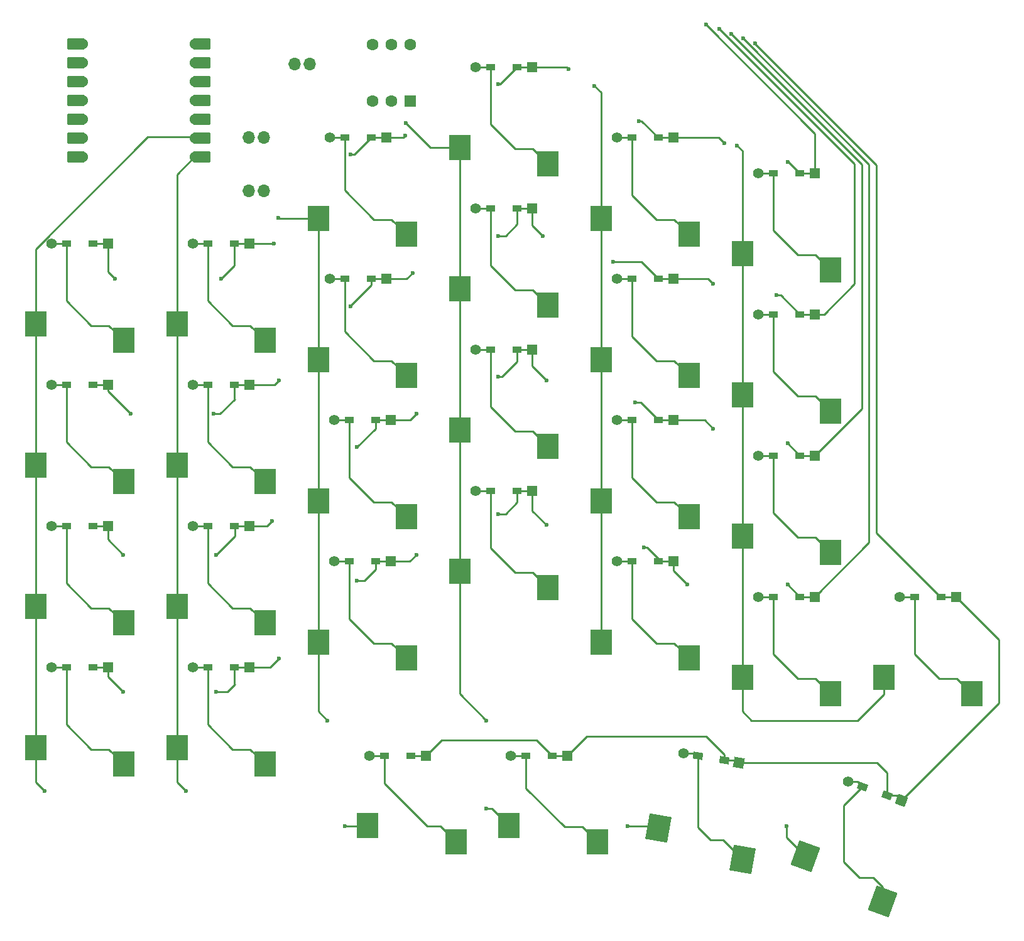
<source format=gbr>
G04 #@! TF.GenerationSoftware,KiCad,Pcbnew,9.0.6*
G04 #@! TF.CreationDate,2025-12-07T22:23:37+09:00*
G04 #@! TF.ProjectId,tarakkie_v1_left,74617261-6b6b-4696-955f-76315f6c6566,rev?*
G04 #@! TF.SameCoordinates,Original*
G04 #@! TF.FileFunction,Copper,L2,Bot*
G04 #@! TF.FilePolarity,Positive*
%FSLAX46Y46*%
G04 Gerber Fmt 4.6, Leading zero omitted, Abs format (unit mm)*
G04 Created by KiCad (PCBNEW 9.0.6) date 2025-12-07 22:23:37*
%MOMM*%
%LPD*%
G01*
G04 APERTURE LIST*
G04 Aperture macros list*
%AMRoundRect*
0 Rectangle with rounded corners*
0 $1 Rounding radius*
0 $2 $3 $4 $5 $6 $7 $8 $9 X,Y pos of 4 corners*
0 Add a 4 corners polygon primitive as box body*
4,1,4,$2,$3,$4,$5,$6,$7,$8,$9,$2,$3,0*
0 Add four circle primitives for the rounded corners*
1,1,$1+$1,$2,$3*
1,1,$1+$1,$4,$5*
1,1,$1+$1,$6,$7*
1,1,$1+$1,$8,$9*
0 Add four rect primitives between the rounded corners*
20,1,$1+$1,$2,$3,$4,$5,0*
20,1,$1+$1,$4,$5,$6,$7,0*
20,1,$1+$1,$6,$7,$8,$9,0*
20,1,$1+$1,$8,$9,$2,$3,0*%
%AMRotRect*
0 Rectangle, with rotation*
0 The origin of the aperture is its center*
0 $1 length*
0 $2 width*
0 $3 Rotation angle, in degrees counterclockwise*
0 Add horizontal line*
21,1,$1,$2,0,0,$3*%
G04 Aperture macros list end*
G04 #@! TA.AperFunction,ComponentPad*
%ADD10R,1.397000X1.397000*%
G04 #@! TD*
G04 #@! TA.AperFunction,SMDPad,CuDef*
%ADD11R,1.300000X0.950000*%
G04 #@! TD*
G04 #@! TA.AperFunction,ComponentPad*
%ADD12C,1.397000*%
G04 #@! TD*
G04 #@! TA.AperFunction,SMDPad,CuDef*
%ADD13R,3.000000X3.500000*%
G04 #@! TD*
G04 #@! TA.AperFunction,ComponentPad*
%ADD14RotRect,1.397000X1.397000X170.000000*%
G04 #@! TD*
G04 #@! TA.AperFunction,SMDPad,CuDef*
%ADD15RotRect,1.300000X0.950000X170.000000*%
G04 #@! TD*
G04 #@! TA.AperFunction,SMDPad,CuDef*
%ADD16RotRect,3.000000X3.500000X160.000000*%
G04 #@! TD*
G04 #@! TA.AperFunction,ComponentPad*
%ADD17RotRect,1.397000X1.397000X160.000000*%
G04 #@! TD*
G04 #@! TA.AperFunction,SMDPad,CuDef*
%ADD18RotRect,1.300000X0.950000X160.000000*%
G04 #@! TD*
G04 #@! TA.AperFunction,SMDPad,CuDef*
%ADD19RotRect,3.000000X3.500000X170.000000*%
G04 #@! TD*
G04 #@! TA.AperFunction,ComponentPad*
%ADD20O,1.700000X1.700000*%
G04 #@! TD*
G04 #@! TA.AperFunction,ComponentPad*
%ADD21C,1.524000*%
G04 #@! TD*
G04 #@! TA.AperFunction,SMDPad,CuDef*
%ADD22RoundRect,0.152400X-1.063600X-0.609600X1.063600X-0.609600X1.063600X0.609600X-1.063600X0.609600X0*%
G04 #@! TD*
G04 #@! TA.AperFunction,SMDPad,CuDef*
%ADD23RoundRect,0.152400X1.063600X0.609600X-1.063600X0.609600X-1.063600X-0.609600X1.063600X-0.609600X0*%
G04 #@! TD*
G04 #@! TA.AperFunction,ComponentPad*
%ADD24RoundRect,0.250000X0.550000X-0.550000X0.550000X0.550000X-0.550000X0.550000X-0.550000X-0.550000X0*%
G04 #@! TD*
G04 #@! TA.AperFunction,ComponentPad*
%ADD25C,1.600000*%
G04 #@! TD*
G04 #@! TA.AperFunction,ViaPad*
%ADD26C,0.600000*%
G04 #@! TD*
G04 #@! TA.AperFunction,Conductor*
%ADD27C,0.250000*%
G04 #@! TD*
G04 APERTURE END LIST*
D10*
X89535000Y-92868750D03*
D11*
X87500000Y-92868750D03*
X83950000Y-92868750D03*
D12*
X81915000Y-92868750D03*
D10*
X113347500Y-138112500D03*
D11*
X111312500Y-138112500D03*
X107762500Y-138112500D03*
D12*
X105727500Y-138112500D03*
D10*
X146685000Y-116681250D03*
D11*
X144650000Y-116681250D03*
X141100000Y-116681250D03*
D12*
X139065000Y-116681250D03*
D13*
X86423750Y-147527500D03*
X98323750Y-149727500D03*
D10*
X94297500Y-138112500D03*
D11*
X92262500Y-138112500D03*
X88712500Y-138112500D03*
D12*
X86677500Y-138112500D03*
D13*
X136906250Y-89425000D03*
X148806250Y-91625000D03*
X41656250Y-79900000D03*
X53556250Y-82100000D03*
D10*
X70485000Y-88106250D03*
D11*
X68450000Y-88106250D03*
X64900000Y-88106250D03*
D12*
X62865000Y-88106250D03*
D13*
X98806250Y-113237500D03*
X110706250Y-115437500D03*
X136906250Y-108475000D03*
X148806250Y-110675000D03*
X41656250Y-118000000D03*
X53556250Y-120200000D03*
D10*
X88928750Y-73818750D03*
D11*
X86893750Y-73818750D03*
X83343750Y-73818750D03*
D12*
X81308750Y-73818750D03*
D13*
X60706250Y-137050000D03*
X72606250Y-139250000D03*
D10*
X127635000Y-54768750D03*
D11*
X125600000Y-54768750D03*
X122050000Y-54768750D03*
D12*
X120015000Y-54768750D03*
D13*
X105473750Y-147527500D03*
X117373750Y-149727500D03*
D14*
X136468904Y-139082326D03*
D15*
X134464818Y-138728952D03*
X130968750Y-138112500D03*
D12*
X128964664Y-137759126D03*
D13*
X155956250Y-127525000D03*
X167856250Y-129725000D03*
X79756250Y-65612500D03*
X91656250Y-67812500D03*
D10*
X108585000Y-64293750D03*
D11*
X106550000Y-64293750D03*
X103000000Y-64293750D03*
D12*
X100965000Y-64293750D03*
D16*
X145388092Y-151640995D03*
X155817990Y-157778358D03*
D13*
X98806250Y-94187500D03*
X110706250Y-96387500D03*
D10*
X146685000Y-59531250D03*
D11*
X144650000Y-59531250D03*
X141100000Y-59531250D03*
D12*
X139065000Y-59531250D03*
D13*
X136906250Y-127525000D03*
X148806250Y-129725000D03*
X79756250Y-84662500D03*
X91656250Y-86862500D03*
X60706250Y-98950000D03*
X72606250Y-101150000D03*
D10*
X70485000Y-107156250D03*
D11*
X68450000Y-107156250D03*
X64900000Y-107156250D03*
D12*
X62865000Y-107156250D03*
D13*
X41656250Y-98950000D03*
X53556250Y-101150000D03*
D10*
X165735000Y-116681250D03*
D11*
X163700000Y-116681250D03*
X160150000Y-116681250D03*
D12*
X158115000Y-116681250D03*
D10*
X70485000Y-126206250D03*
D11*
X68450000Y-126206250D03*
X64900000Y-126206250D03*
D12*
X62865000Y-126206250D03*
D13*
X41656250Y-137050000D03*
X53556250Y-139250000D03*
D10*
X51435000Y-126206250D03*
D11*
X49400000Y-126206250D03*
X45850000Y-126206250D03*
D12*
X43815000Y-126206250D03*
D13*
X98806250Y-56087500D03*
X110706250Y-58287500D03*
X136906250Y-70375000D03*
X148806250Y-72575000D03*
D10*
X89535000Y-111918750D03*
D11*
X87500000Y-111918750D03*
X83950000Y-111918750D03*
D12*
X81915000Y-111918750D03*
D10*
X127635000Y-73818750D03*
D11*
X125600000Y-73818750D03*
X122050000Y-73818750D03*
D12*
X120015000Y-73818750D03*
D10*
X108585000Y-45243750D03*
D11*
X106550000Y-45243750D03*
X103000000Y-45243750D03*
D12*
X100965000Y-45243750D03*
D13*
X79756250Y-122762500D03*
X91656250Y-124962500D03*
X117856250Y-103712500D03*
X129756250Y-105912500D03*
X79756250Y-103712500D03*
X91656250Y-105912500D03*
D10*
X127635000Y-92868750D03*
D11*
X125600000Y-92868750D03*
X122050000Y-92868750D03*
D12*
X120015000Y-92868750D03*
D10*
X70485000Y-69056250D03*
D11*
X68450000Y-69056250D03*
X64900000Y-69056250D03*
D12*
X62865000Y-69056250D03*
D10*
X146685000Y-78581250D03*
D11*
X144650000Y-78581250D03*
X141100000Y-78581250D03*
D12*
X139065000Y-78581250D03*
D13*
X60706250Y-118000000D03*
X72606250Y-120200000D03*
D10*
X51435000Y-69056250D03*
D11*
X49400000Y-69056250D03*
X45850000Y-69056250D03*
D12*
X43815000Y-69056250D03*
D10*
X88928750Y-54768750D03*
D11*
X86893750Y-54768750D03*
X83343750Y-54768750D03*
D12*
X81308750Y-54768750D03*
D10*
X127635000Y-111918750D03*
D11*
X125600000Y-111918750D03*
X122050000Y-111918750D03*
D12*
X120015000Y-111918750D03*
D10*
X108585000Y-102393750D03*
D11*
X106550000Y-102393750D03*
X103000000Y-102393750D03*
D12*
X100965000Y-102393750D03*
D17*
X158361479Y-144178097D03*
D18*
X156449204Y-143482086D03*
X153113296Y-142267914D03*
D12*
X151201021Y-141571903D03*
D10*
X51435000Y-88106250D03*
D11*
X49400000Y-88106250D03*
X45850000Y-88106250D03*
D12*
X43815000Y-88106250D03*
D19*
X125604357Y-147833827D03*
X136941543Y-152066817D03*
D13*
X98806250Y-75137500D03*
X110706250Y-77337500D03*
X117856250Y-122762500D03*
X129756250Y-124962500D03*
X117856250Y-84662500D03*
X129756250Y-86862500D03*
D10*
X51435000Y-107156250D03*
D11*
X49400000Y-107156250D03*
X45850000Y-107156250D03*
D12*
X43815000Y-107156250D03*
D13*
X117856250Y-65612500D03*
X129756250Y-67812500D03*
D10*
X108585000Y-83343750D03*
D11*
X106550000Y-83343750D03*
X103000000Y-83343750D03*
D12*
X100965000Y-83343750D03*
D10*
X146685000Y-97631250D03*
D11*
X144650000Y-97631250D03*
X141100000Y-97631250D03*
D12*
X139065000Y-97631250D03*
D13*
X60706250Y-79900000D03*
X72606250Y-82100000D03*
D20*
X78600000Y-44800000D03*
X76600000Y-44800000D03*
X72437500Y-61912500D03*
X70437500Y-61912500D03*
D21*
X63210000Y-42128500D03*
D22*
X64045000Y-42128500D03*
D21*
X63210000Y-44668500D03*
D22*
X64045000Y-44668500D03*
D21*
X63210000Y-47208500D03*
D22*
X64045000Y-47208500D03*
D21*
X63210000Y-49748500D03*
D22*
X64045000Y-49748500D03*
D21*
X63210000Y-52288500D03*
D22*
X64045000Y-52288500D03*
D21*
X63210000Y-54828500D03*
D22*
X64045000Y-54828500D03*
D21*
X63210000Y-57368500D03*
D22*
X64045000Y-57368500D03*
D23*
X47135000Y-57368500D03*
D21*
X47970000Y-57368500D03*
D23*
X47135000Y-54828500D03*
D21*
X47970000Y-54828500D03*
D23*
X47135000Y-52288500D03*
D21*
X47970000Y-52288500D03*
D23*
X47135000Y-49748500D03*
D21*
X47970000Y-49748500D03*
D23*
X47135000Y-47208500D03*
D21*
X47970000Y-47208500D03*
D23*
X47135000Y-44668500D03*
D21*
X47970000Y-44668500D03*
D23*
X47135000Y-42128500D03*
D21*
X47970000Y-42128500D03*
D24*
X92140000Y-49800000D03*
D25*
X89600000Y-49800000D03*
X87060000Y-49800000D03*
X87060000Y-42180000D03*
X89600000Y-42180000D03*
X92140000Y-42180000D03*
D20*
X72437500Y-54768750D03*
X70437500Y-54768750D03*
D26*
X104000000Y-47500000D03*
X84093750Y-57000000D03*
X132000000Y-39500000D03*
X66675000Y-73818750D03*
X113500000Y-45500000D03*
X52387500Y-73818750D03*
X73818750Y-69056250D03*
X91500000Y-54500000D03*
X134500000Y-55500000D03*
X143000000Y-58000000D03*
X123000000Y-52500000D03*
X110000000Y-68000000D03*
X104000000Y-68000000D03*
X133800000Y-40125000D03*
X84093750Y-77500000D03*
X54500000Y-92000000D03*
X119500000Y-71500000D03*
X74500000Y-87500000D03*
X133000000Y-74500000D03*
X141500000Y-76000000D03*
X65650000Y-92000000D03*
X92500000Y-73000000D03*
X122500000Y-90500000D03*
X143000000Y-96000000D03*
X53500000Y-111000000D03*
X110500000Y-87500000D03*
X66000000Y-111000000D03*
X104000000Y-87000000D03*
X85000000Y-96500000D03*
X93000000Y-92000000D03*
X135400000Y-40750000D03*
X73500000Y-106500000D03*
X133000000Y-94000000D03*
X66000000Y-129500000D03*
X53500000Y-129500000D03*
X110500000Y-107000000D03*
X104000000Y-105500000D03*
X85000000Y-114500000D03*
X74500000Y-125000000D03*
X143000000Y-115000000D03*
X137000000Y-41375000D03*
X93000000Y-111000000D03*
X123675000Y-110000000D03*
X129500000Y-115000000D03*
X138600000Y-42000000D03*
X83343750Y-147637500D03*
X42862500Y-142875000D03*
X102393750Y-145256250D03*
X61912500Y-142875000D03*
X80962500Y-133350000D03*
X121443750Y-147637500D03*
X74400000Y-65600000D03*
X142875000Y-147637500D03*
X91600000Y-52800000D03*
X102393750Y-133350000D03*
X117000000Y-47800000D03*
X136200000Y-55800000D03*
D27*
X143118750Y-58000000D02*
X144650000Y-59531250D01*
X123331250Y-52500000D02*
X125600000Y-54768750D01*
X146685000Y-54185000D02*
X132000000Y-39500000D01*
X68450000Y-72043750D02*
X68450000Y-69056250D01*
X49400000Y-69056250D02*
X51435000Y-69056250D01*
X51435000Y-69056250D02*
X51435000Y-72866250D01*
X133768750Y-54768750D02*
X134500000Y-55500000D01*
X88928750Y-54768750D02*
X91231250Y-54768750D01*
X146685000Y-59531250D02*
X146685000Y-54185000D01*
X84662500Y-57000000D02*
X86893750Y-54768750D01*
X123000000Y-52500000D02*
X123331250Y-52500000D01*
X70485000Y-69056250D02*
X73818750Y-69056250D01*
X84093750Y-57000000D02*
X84662500Y-57000000D01*
X86893750Y-54768750D02*
X88928750Y-54768750D01*
X66675000Y-73818750D02*
X68450000Y-72043750D01*
X104000000Y-47500000D02*
X104293750Y-47500000D01*
X91231250Y-54768750D02*
X91500000Y-54500000D01*
X108585000Y-45243750D02*
X113243750Y-45243750D01*
X144650000Y-59531250D02*
X146685000Y-59531250D01*
X125600000Y-54768750D02*
X127635000Y-54768750D01*
X113243750Y-45243750D02*
X113500000Y-45500000D01*
X51435000Y-72866250D02*
X52387500Y-73818750D01*
X68450000Y-69056250D02*
X70485000Y-69056250D01*
X127635000Y-54768750D02*
X133768750Y-54768750D01*
X143000000Y-58000000D02*
X143118750Y-58000000D01*
X106550000Y-45243750D02*
X108585000Y-45243750D01*
X104293750Y-47500000D02*
X106550000Y-45243750D01*
X45850000Y-69056250D02*
X45850000Y-76771591D01*
X49177409Y-80099000D02*
X51555250Y-80099000D01*
X51555250Y-80099000D02*
X53556250Y-82100000D01*
X43815000Y-69056250D02*
X45850000Y-69056250D01*
X45850000Y-76771591D02*
X49177409Y-80099000D01*
X49177409Y-99149000D02*
X51555250Y-99149000D01*
X43815000Y-88106250D02*
X45850000Y-88106250D01*
X45850000Y-88106250D02*
X45850000Y-95821591D01*
X45850000Y-95821591D02*
X49177409Y-99149000D01*
X51555250Y-99149000D02*
X53556250Y-101150000D01*
X106550000Y-66450000D02*
X106550000Y-64293750D01*
X125600000Y-73818750D02*
X127635000Y-73818750D01*
X119500000Y-71500000D02*
X123281250Y-71500000D01*
X144650000Y-78581250D02*
X146685000Y-78581250D01*
X108585000Y-66585000D02*
X110000000Y-68000000D01*
X152000000Y-58500000D02*
X152000000Y-58325000D01*
X68450000Y-89950000D02*
X68450000Y-88106250D01*
X68450000Y-88106250D02*
X70485000Y-88106250D01*
X70485000Y-88106250D02*
X73893750Y-88106250D01*
X86893750Y-74606250D02*
X86893750Y-73818750D01*
X152000000Y-74500000D02*
X152000000Y-58500000D01*
X105000000Y-68000000D02*
X106550000Y-66450000D01*
X91681250Y-73818750D02*
X92500000Y-73000000D01*
X51435000Y-88935000D02*
X54500000Y-92000000D01*
X146685000Y-78581250D02*
X147918750Y-78581250D01*
X123281250Y-71500000D02*
X125600000Y-73818750D01*
X147918750Y-78581250D02*
X152000000Y-74500000D01*
X51435000Y-88106250D02*
X51435000Y-88935000D01*
X49400000Y-88106250D02*
X51435000Y-88106250D01*
X106550000Y-64293750D02*
X108585000Y-64293750D01*
X88928750Y-73818750D02*
X91681250Y-73818750D01*
X104000000Y-68000000D02*
X105000000Y-68000000D01*
X108585000Y-64293750D02*
X108585000Y-66585000D01*
X86893750Y-73818750D02*
X88928750Y-73818750D01*
X68500000Y-90000000D02*
X68450000Y-89950000D01*
X141500000Y-76000000D02*
X142068750Y-76000000D01*
X65650000Y-92000000D02*
X66500000Y-92000000D01*
X142068750Y-76000000D02*
X144650000Y-78581250D01*
X84093750Y-77406250D02*
X86893750Y-74606250D01*
X84093750Y-77500000D02*
X84093750Y-77406250D01*
X132318750Y-73818750D02*
X133000000Y-74500000D01*
X127635000Y-73818750D02*
X132318750Y-73818750D01*
X73893750Y-88106250D02*
X74500000Y-87500000D01*
X66500000Y-92000000D02*
X68500000Y-90000000D01*
X152000000Y-58325000D02*
X133800000Y-40125000D01*
X45850000Y-114871591D02*
X49177409Y-118199000D01*
X45850000Y-107156250D02*
X45850000Y-114871591D01*
X51555250Y-118199000D02*
X53556250Y-120200000D01*
X49177409Y-118199000D02*
X51555250Y-118199000D01*
X43815000Y-107156250D02*
X45850000Y-107156250D01*
X87500000Y-94000000D02*
X87500000Y-92868750D01*
X131868750Y-92868750D02*
X133000000Y-94000000D01*
X123231250Y-90500000D02*
X125600000Y-92868750D01*
X108585000Y-85585000D02*
X110500000Y-87500000D01*
X68500000Y-108500000D02*
X68500000Y-107206250D01*
X51435000Y-107156250D02*
X51435000Y-108935000D01*
X106550000Y-83343750D02*
X108585000Y-83343750D01*
X66000000Y-111000000D02*
X68500000Y-108500000D01*
X68450000Y-107156250D02*
X70485000Y-107156250D01*
X72843750Y-107156250D02*
X73500000Y-106500000D01*
X49400000Y-107156250D02*
X51435000Y-107156250D01*
X125600000Y-92868750D02*
X127635000Y-92868750D01*
X127635000Y-92868750D02*
X131868750Y-92868750D01*
X70485000Y-107156250D02*
X72843750Y-107156250D01*
X92131250Y-92868750D02*
X93000000Y-92000000D01*
X143018750Y-96000000D02*
X144650000Y-97631250D01*
X85000000Y-96500000D02*
X87500000Y-94000000D01*
X146685000Y-97631250D02*
X153000000Y-91316250D01*
X68500000Y-107206250D02*
X68450000Y-107156250D01*
X143000000Y-96000000D02*
X143018750Y-96000000D01*
X144650000Y-97631250D02*
X146685000Y-97631250D01*
X89535000Y-92868750D02*
X92131250Y-92868750D01*
X87500000Y-92868750D02*
X89535000Y-92868750D01*
X104500000Y-87000000D02*
X106550000Y-84950000D01*
X106550000Y-84950000D02*
X106550000Y-83343750D01*
X153000000Y-91316250D02*
X153000000Y-58500000D01*
X153000000Y-58500000D02*
X153000000Y-58350000D01*
X153000000Y-58350000D02*
X135400000Y-40750000D01*
X51435000Y-108935000D02*
X53500000Y-111000000D01*
X108585000Y-83343750D02*
X108585000Y-85585000D01*
X122500000Y-90500000D02*
X123231250Y-90500000D01*
X104000000Y-87000000D02*
X104500000Y-87000000D01*
X45850000Y-133921591D02*
X49177409Y-137249000D01*
X49177409Y-137249000D02*
X51555250Y-137249000D01*
X45850000Y-126206250D02*
X45850000Y-133921591D01*
X51555250Y-137249000D02*
X53556250Y-139250000D01*
X43815000Y-126206250D02*
X45850000Y-126206250D01*
X105000000Y-105500000D02*
X106550000Y-103950000D01*
X106550000Y-102393750D02*
X108585000Y-102393750D01*
X49400000Y-126206250D02*
X51435000Y-126206250D01*
X68450000Y-128450000D02*
X68450000Y-126206250D01*
X51435000Y-126206250D02*
X51435000Y-127435000D01*
X70485000Y-126206250D02*
X73293750Y-126206250D01*
X108585000Y-102393750D02*
X108585000Y-105085000D01*
X66000000Y-129500000D02*
X67500000Y-129500000D01*
X154000000Y-58375000D02*
X137000000Y-41375000D01*
X144650000Y-116681250D02*
X146685000Y-116681250D01*
X87500000Y-111918750D02*
X89535000Y-111918750D01*
X85000000Y-114500000D02*
X86000000Y-114500000D01*
X154000000Y-109366250D02*
X154000000Y-58500000D01*
X106550000Y-103950000D02*
X106550000Y-102393750D01*
X143000000Y-115031250D02*
X144650000Y-116681250D01*
X92081250Y-111918750D02*
X93000000Y-111000000D01*
X146685000Y-116681250D02*
X154000000Y-109366250D01*
X127635000Y-113135000D02*
X129500000Y-115000000D01*
X67500000Y-129500000D02*
X68500000Y-128500000D01*
X124075000Y-110000000D02*
X125600000Y-111525000D01*
X86000000Y-114500000D02*
X87500000Y-113000000D01*
X64558500Y-49558500D02*
X63230000Y-49558500D01*
X51435000Y-127435000D02*
X53500000Y-129500000D01*
X125600000Y-111918750D02*
X127635000Y-111918750D01*
X143000000Y-115000000D02*
X143000000Y-115031250D01*
X127635000Y-111918750D02*
X127635000Y-113135000D01*
X154000000Y-58500000D02*
X154000000Y-58375000D01*
X104000000Y-105500000D02*
X105000000Y-105500000D01*
X73293750Y-126206250D02*
X74500000Y-125000000D01*
X123675000Y-110000000D02*
X124075000Y-110000000D01*
X89535000Y-111918750D02*
X92081250Y-111918750D01*
X108585000Y-105085000D02*
X110500000Y-107000000D01*
X68500000Y-128500000D02*
X68450000Y-128450000D01*
X68450000Y-126206250D02*
X70485000Y-126206250D01*
X87500000Y-113000000D02*
X87500000Y-111918750D01*
X125600000Y-111525000D02*
X125600000Y-111918750D01*
X158361479Y-144178097D02*
X171500000Y-131039576D01*
X132000000Y-135500000D02*
X134464818Y-137964818D01*
X156449204Y-140449204D02*
X156449204Y-143482086D01*
X96410000Y-136000000D02*
X109200000Y-136000000D01*
X111312500Y-138112500D02*
X113347500Y-138112500D01*
X171500000Y-122446250D02*
X165735000Y-116681250D01*
X109200000Y-136000000D02*
X111312500Y-138112500D01*
X134464818Y-138728952D02*
X136115530Y-138728952D01*
X134464818Y-137964818D02*
X134464818Y-138728952D01*
X155000000Y-58500000D02*
X138600000Y-42100000D01*
X163632250Y-116681250D02*
X155000000Y-108049000D01*
X157665468Y-143482086D02*
X158361479Y-144178097D01*
X156449204Y-143482086D02*
X157665468Y-143482086D01*
X113347500Y-138112500D02*
X115960000Y-135500000D01*
X92262500Y-138112500D02*
X94297500Y-138112500D01*
X136468904Y-139082326D02*
X155082326Y-139082326D01*
X163700000Y-116681250D02*
X165735000Y-116681250D01*
X155000000Y-86000000D02*
X155000000Y-58500000D01*
X165735000Y-116681250D02*
X163632250Y-116681250D01*
X138600000Y-42100000D02*
X138600000Y-42000000D01*
X155000000Y-108049000D02*
X155000000Y-86000000D01*
X136115530Y-138728952D02*
X136468904Y-139082326D01*
X171500000Y-131039576D02*
X171500000Y-122446250D01*
X115960000Y-135500000D02*
X132000000Y-135500000D01*
X94297500Y-138112500D02*
X96410000Y-136000000D01*
X155082326Y-139082326D02*
X156449204Y-140449204D01*
X94481116Y-147637500D02*
X96233750Y-147637500D01*
X96233750Y-147637500D02*
X98323750Y-149727500D01*
X88712500Y-141868884D02*
X94481116Y-147637500D01*
X88712500Y-138112500D02*
X88856250Y-138112500D01*
X88712500Y-138112500D02*
X88712500Y-141868884D01*
X86677500Y-138112500D02*
X88712500Y-138112500D01*
X62865000Y-69056250D02*
X64900000Y-69056250D01*
X70605250Y-80099000D02*
X72606250Y-82100000D01*
X64900000Y-76771591D02*
X68227409Y-80099000D01*
X68227409Y-80099000D02*
X70605250Y-80099000D01*
X64900000Y-69056250D02*
X64900000Y-76771591D01*
X64900000Y-95821591D02*
X68227409Y-99149000D01*
X70605250Y-99149000D02*
X72606250Y-101150000D01*
X64900000Y-88106250D02*
X64900000Y-95821591D01*
X62865000Y-88106250D02*
X64900000Y-88106250D01*
X68227409Y-99149000D02*
X70605250Y-99149000D01*
X64900000Y-107156250D02*
X64900000Y-114871591D01*
X70605250Y-118199000D02*
X72606250Y-120200000D01*
X64900000Y-114871591D02*
X68227409Y-118199000D01*
X68227409Y-118199000D02*
X70605250Y-118199000D01*
X62865000Y-107156250D02*
X64900000Y-107156250D01*
X64900000Y-133921591D02*
X68227409Y-137249000D01*
X68227409Y-137249000D02*
X70605250Y-137249000D01*
X70605250Y-137249000D02*
X72606250Y-139250000D01*
X62865000Y-126206250D02*
X64900000Y-126206250D01*
X64900000Y-126206250D02*
X64900000Y-133921591D01*
X107762500Y-138112500D02*
X107762500Y-142494091D01*
X112994909Y-147726500D02*
X115372750Y-147726500D01*
X105727500Y-138112500D02*
X107762500Y-138112500D01*
X115372750Y-147726500D02*
X117373750Y-149727500D01*
X107762500Y-142494091D02*
X112994909Y-147726500D01*
X83343750Y-61877841D02*
X87277409Y-65811500D01*
X83343750Y-54768750D02*
X83343750Y-61877841D01*
X89655250Y-65811500D02*
X91656250Y-67812500D01*
X87277409Y-65811500D02*
X89655250Y-65811500D01*
X81308750Y-54768750D02*
X83343750Y-54768750D01*
X87277409Y-84861500D02*
X89655250Y-84861500D01*
X83343750Y-80927841D02*
X87277409Y-84861500D01*
X89655250Y-84861500D02*
X91656250Y-86862500D01*
X83343750Y-73818750D02*
X83343750Y-80927841D01*
X81308750Y-73818750D02*
X83343750Y-73818750D01*
X83950000Y-100584091D02*
X87277409Y-103911500D01*
X83950000Y-92868750D02*
X83950000Y-100584091D01*
X87277409Y-103911500D02*
X89655250Y-103911500D01*
X89655250Y-103911500D02*
X91656250Y-105912500D01*
X81915000Y-92868750D02*
X83950000Y-92868750D01*
X87277409Y-122961500D02*
X89655250Y-122961500D01*
X83950000Y-119634091D02*
X87277409Y-122961500D01*
X81915000Y-111918750D02*
X83950000Y-111918750D01*
X89655250Y-122961500D02*
X91656250Y-124962500D01*
X83950000Y-111918750D02*
X83950000Y-119634091D01*
X134324092Y-149449366D02*
X136941543Y-152066817D01*
X130615376Y-137759126D02*
X130968750Y-138112500D01*
X130968750Y-138112500D02*
X130968750Y-147801481D01*
X130968750Y-147801481D02*
X132616635Y-149449366D01*
X132616635Y-149449366D02*
X134324092Y-149449366D01*
X128964664Y-137759126D02*
X130615376Y-137759126D01*
X100965000Y-45243750D02*
X103000000Y-45243750D01*
X108705250Y-56286500D02*
X110706250Y-58287500D01*
X103000000Y-45243750D02*
X103000000Y-52959091D01*
X103000000Y-52959091D02*
X106327409Y-56286500D01*
X106327409Y-56286500D02*
X108705250Y-56286500D01*
X106327409Y-75336500D02*
X108705250Y-75336500D01*
X100965000Y-64293750D02*
X103000000Y-64293750D01*
X103000000Y-72009091D02*
X106327409Y-75336500D01*
X108705250Y-75336500D02*
X110706250Y-77337500D01*
X103000000Y-64293750D02*
X103000000Y-72009091D01*
X103000000Y-91059091D02*
X106327409Y-94386500D01*
X100965000Y-83343750D02*
X103000000Y-83343750D01*
X103000000Y-83343750D02*
X103000000Y-91059091D01*
X106327409Y-94386500D02*
X108705250Y-94386500D01*
X108705250Y-94386500D02*
X110706250Y-96387500D01*
X103000000Y-102393750D02*
X103000000Y-110109091D01*
X106327409Y-113436500D02*
X108705250Y-113436500D01*
X108705250Y-113436500D02*
X110706250Y-115437500D01*
X103000000Y-110109091D02*
X106327409Y-113436500D01*
X100965000Y-102393750D02*
X103000000Y-102393750D01*
X154563187Y-154563187D02*
X155817990Y-155817990D01*
X150537063Y-152400000D02*
X152700250Y-154563187D01*
X152417285Y-141571903D02*
X153113296Y-142267914D01*
X151201021Y-141571903D02*
X152417285Y-141571903D01*
X153113296Y-142267914D02*
X150537063Y-144844147D01*
X150537063Y-144844147D02*
X150537063Y-152400000D01*
X152700250Y-154563187D02*
X154563187Y-154563187D01*
X155817990Y-155817990D02*
X155817990Y-157778358D01*
X127755250Y-65811500D02*
X129756250Y-67812500D01*
X125377409Y-65811500D02*
X127755250Y-65811500D01*
X122050000Y-62484091D02*
X125377409Y-65811500D01*
X120015000Y-54768750D02*
X122050000Y-54768750D01*
X122050000Y-54768750D02*
X122050000Y-62484091D01*
X127755250Y-84861500D02*
X129756250Y-86862500D01*
X122050000Y-73818750D02*
X122050000Y-81534091D01*
X120015000Y-73818750D02*
X122050000Y-73818750D01*
X125377409Y-84861500D02*
X127755250Y-84861500D01*
X122050000Y-81534091D02*
X125377409Y-84861500D01*
X122050000Y-92868750D02*
X122050000Y-100584091D01*
X120015000Y-92868750D02*
X122050000Y-92868750D01*
X127755250Y-103911500D02*
X129756250Y-105912500D01*
X122050000Y-100584091D02*
X125377409Y-103911500D01*
X125377409Y-103911500D02*
X127755250Y-103911500D01*
X120015000Y-111918750D02*
X122050000Y-111918750D01*
X122050000Y-111918750D02*
X122050000Y-119634091D01*
X125377409Y-122961500D02*
X127755250Y-122961500D01*
X122050000Y-119634091D02*
X125377409Y-122961500D01*
X127755250Y-122961500D02*
X129756250Y-124962500D01*
X141100000Y-59531250D02*
X141100000Y-67246591D01*
X146805250Y-70574000D02*
X148806250Y-72575000D01*
X139065000Y-59531250D02*
X141100000Y-59531250D01*
X144427409Y-70574000D02*
X146805250Y-70574000D01*
X141100000Y-67246591D02*
X144427409Y-70574000D01*
X144427409Y-89624000D02*
X146805250Y-89624000D01*
X141100000Y-78581250D02*
X141100000Y-86296591D01*
X146805250Y-89624000D02*
X148806250Y-91625000D01*
X139065000Y-78581250D02*
X141100000Y-78581250D01*
X141100000Y-86296591D02*
X144427409Y-89624000D01*
X141100000Y-97631250D02*
X141100000Y-105346591D01*
X146805250Y-108674000D02*
X148806250Y-110675000D01*
X139065000Y-97631250D02*
X141100000Y-97631250D01*
X141100000Y-105346591D02*
X144427409Y-108674000D01*
X144427409Y-108674000D02*
X146805250Y-108674000D01*
X141100000Y-116681250D02*
X141100000Y-124396591D01*
X144427409Y-127724000D02*
X146805250Y-127724000D01*
X139065000Y-116681250D02*
X141100000Y-116681250D01*
X141100000Y-124396591D02*
X144427409Y-127724000D01*
X146805250Y-127724000D02*
X148806250Y-129725000D01*
X160150000Y-116681250D02*
X160150000Y-124396591D01*
X160150000Y-124396591D02*
X163477409Y-127724000D01*
X158115000Y-116681250D02*
X160150000Y-116681250D01*
X163477409Y-127724000D02*
X165855250Y-127724000D01*
X165855250Y-127724000D02*
X167856250Y-129725000D01*
X41656250Y-79900000D02*
X41656250Y-98950000D01*
X41656250Y-79900000D02*
X41656250Y-69766138D01*
X64861500Y-54638500D02*
X63230000Y-54638500D01*
X86313750Y-147637500D02*
X86423750Y-147527500D01*
X56783888Y-54638500D02*
X63230000Y-54638500D01*
X41656250Y-137050000D02*
X41656250Y-141668750D01*
X41656250Y-141668750D02*
X42862500Y-142875000D01*
X83343750Y-147637500D02*
X86313750Y-147637500D01*
X41656250Y-69766138D02*
X56783888Y-54638500D01*
X41656250Y-98950000D02*
X41656250Y-137050000D01*
X60706250Y-79900000D02*
X60706250Y-59702250D01*
X103202500Y-145256250D02*
X105473750Y-147527500D01*
X104665000Y-147527500D02*
X105473750Y-147527500D01*
X60706250Y-59702250D02*
X63230000Y-57178500D01*
X60706250Y-137050000D02*
X60706250Y-141668750D01*
X60706250Y-79900000D02*
X60706250Y-137050000D01*
X102393750Y-145256250D02*
X103202500Y-145256250D01*
X60706250Y-141668750D02*
X61912500Y-142875000D01*
X79756250Y-65612500D02*
X79756250Y-122762500D01*
X121443750Y-147637500D02*
X125408030Y-147637500D01*
X125408030Y-147637500D02*
X125604357Y-147833827D01*
X79756250Y-65612500D02*
X74412500Y-65612500D01*
X74412500Y-65612500D02*
X74400000Y-65600000D01*
X79756250Y-122762500D02*
X79756250Y-132143750D01*
X79756250Y-132143750D02*
X80962500Y-133350000D01*
X142875000Y-147637500D02*
X142875000Y-149127902D01*
X46361500Y-54638500D02*
X47990000Y-54638500D01*
X98806250Y-129762500D02*
X102393750Y-133350000D01*
X98806250Y-56087500D02*
X98806250Y-113237500D01*
X98806250Y-56087500D02*
X94887500Y-56087500D01*
X94887500Y-56087500D02*
X91600000Y-52800000D01*
X98806250Y-113237500D02*
X98806250Y-129762500D01*
X142875000Y-149127902D02*
X145388092Y-151640994D01*
X117856250Y-65612500D02*
X117856250Y-48656250D01*
X117856250Y-48656250D02*
X117000000Y-47800000D01*
X117856250Y-65612500D02*
X117856250Y-122762500D01*
X155956250Y-129793750D02*
X155956250Y-127525000D01*
X136906250Y-70375000D02*
X136906250Y-56506250D01*
X136906250Y-127525000D02*
X136906250Y-132143750D01*
X136906250Y-132143750D02*
X138112500Y-133350000D01*
X152400000Y-133350000D02*
X155956250Y-129793750D01*
X136906250Y-70375000D02*
X136906250Y-127525000D01*
X136906250Y-56506250D02*
X136200000Y-55800000D01*
X138112500Y-133350000D02*
X152400000Y-133350000D01*
M02*

</source>
